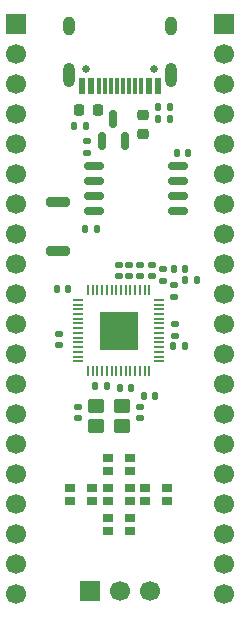
<source format=gbr>
%TF.GenerationSoftware,KiCad,Pcbnew,9.0.3*%
%TF.CreationDate,2025-11-26T12:48:42-06:00*%
%TF.ProjectId,onyx2040,6f6e7978-3230-4343-902e-6b696361645f,rev?*%
%TF.SameCoordinates,Original*%
%TF.FileFunction,Soldermask,Top*%
%TF.FilePolarity,Negative*%
%FSLAX46Y46*%
G04 Gerber Fmt 4.6, Leading zero omitted, Abs format (unit mm)*
G04 Created by KiCad (PCBNEW 9.0.3) date 2025-11-26 12:48:42*
%MOMM*%
%LPD*%
G01*
G04 APERTURE LIST*
G04 Aperture macros list*
%AMRoundRect*
0 Rectangle with rounded corners*
0 $1 Rounding radius*
0 $2 $3 $4 $5 $6 $7 $8 $9 X,Y pos of 4 corners*
0 Add a 4 corners polygon primitive as box body*
4,1,4,$2,$3,$4,$5,$6,$7,$8,$9,$2,$3,0*
0 Add four circle primitives for the rounded corners*
1,1,$1+$1,$2,$3*
1,1,$1+$1,$4,$5*
1,1,$1+$1,$6,$7*
1,1,$1+$1,$8,$9*
0 Add four rect primitives between the rounded corners*
20,1,$1+$1,$2,$3,$4,$5,0*
20,1,$1+$1,$4,$5,$6,$7,0*
20,1,$1+$1,$6,$7,$8,$9,0*
20,1,$1+$1,$8,$9,$2,$3,0*%
G04 Aperture macros list end*
%ADD10RoundRect,0.135000X-0.135000X-0.185000X0.135000X-0.185000X0.135000X0.185000X-0.135000X0.185000X0*%
%ADD11R,0.900000X0.700000*%
%ADD12RoundRect,0.140000X0.170000X-0.140000X0.170000X0.140000X-0.170000X0.140000X-0.170000X-0.140000X0*%
%ADD13R,1.700000X1.700000*%
%ADD14C,1.700000*%
%ADD15RoundRect,0.162500X-0.650000X-0.162500X0.650000X-0.162500X0.650000X0.162500X-0.650000X0.162500X0*%
%ADD16RoundRect,0.135000X0.185000X-0.135000X0.185000X0.135000X-0.185000X0.135000X-0.185000X-0.135000X0*%
%ADD17RoundRect,0.140000X-0.140000X-0.170000X0.140000X-0.170000X0.140000X0.170000X-0.140000X0.170000X0*%
%ADD18RoundRect,0.140000X0.140000X0.170000X-0.140000X0.170000X-0.140000X-0.170000X0.140000X-0.170000X0*%
%ADD19RoundRect,0.135000X-0.185000X0.135000X-0.185000X-0.135000X0.185000X-0.135000X0.185000X0.135000X0*%
%ADD20RoundRect,0.050000X-0.387500X-0.050000X0.387500X-0.050000X0.387500X0.050000X-0.387500X0.050000X0*%
%ADD21RoundRect,0.050000X-0.050000X-0.387500X0.050000X-0.387500X0.050000X0.387500X-0.050000X0.387500X0*%
%ADD22R,3.200000X3.200000*%
%ADD23RoundRect,0.250000X-0.450000X-0.350000X0.450000X-0.350000X0.450000X0.350000X-0.450000X0.350000X0*%
%ADD24RoundRect,0.225000X0.225000X0.250000X-0.225000X0.250000X-0.225000X-0.250000X0.225000X-0.250000X0*%
%ADD25RoundRect,0.140000X-0.170000X0.140000X-0.170000X-0.140000X0.170000X-0.140000X0.170000X0.140000X0*%
%ADD26RoundRect,0.225000X0.250000X-0.225000X0.250000X0.225000X-0.250000X0.225000X-0.250000X-0.225000X0*%
%ADD27RoundRect,0.150000X0.150000X-0.587500X0.150000X0.587500X-0.150000X0.587500X-0.150000X-0.587500X0*%
%ADD28C,0.650000*%
%ADD29R,0.600000X1.450000*%
%ADD30R,0.300000X1.450000*%
%ADD31O,1.000000X2.100000*%
%ADD32O,1.000000X1.600000*%
%ADD33RoundRect,0.200000X-0.800000X0.200000X-0.800000X-0.200000X0.800000X-0.200000X0.800000X0.200000X0*%
G04 APERTURE END LIST*
D10*
%TO.C,R1*%
X143790000Y-87260000D03*
X144810000Y-87260000D03*
%TD*%
D11*
%TO.C,LED1*%
X139567500Y-119520000D03*
X139567500Y-120620000D03*
X141407500Y-120620000D03*
X141407500Y-119520000D03*
%TD*%
D10*
%TO.C,R4*%
X146070000Y-101947500D03*
X147090000Y-101947500D03*
%TD*%
D12*
%TO.C,C6*%
X144230000Y-101967500D03*
X144230000Y-101007500D03*
%TD*%
D13*
%TO.C,J3*%
X149430000Y-80250000D03*
D14*
X149430000Y-82790000D03*
X149430000Y-85330000D03*
X149430000Y-87870000D03*
X149430000Y-90410000D03*
X149430000Y-92950000D03*
X149430000Y-95490000D03*
X149430000Y-98030000D03*
X149430000Y-100570000D03*
X149430000Y-103110000D03*
X149430000Y-105650000D03*
X149430000Y-108190000D03*
X149430000Y-110730000D03*
X149430000Y-113270000D03*
X149430000Y-115810000D03*
X149430000Y-118350000D03*
X149430000Y-120890000D03*
X149430000Y-123430000D03*
X149430000Y-125970000D03*
X149430000Y-128510000D03*
%TD*%
D15*
%TO.C,U3*%
X138372500Y-92245000D03*
X138372500Y-93515000D03*
X138372500Y-94785000D03*
X138372500Y-96055000D03*
X145547500Y-96055000D03*
X145547500Y-94785000D03*
X145547500Y-93515000D03*
X145547500Y-92245000D03*
%TD*%
D16*
%TO.C,R7*%
X137800000Y-91190000D03*
X137800000Y-90170000D03*
%TD*%
D12*
%TO.C,C7*%
X145170000Y-103307500D03*
X145170000Y-102347500D03*
%TD*%
%TO.C,C16*%
X137030000Y-113597500D03*
X137030000Y-112637500D03*
%TD*%
D17*
%TO.C,C9*%
X140570000Y-111080000D03*
X141530000Y-111080000D03*
%TD*%
D12*
%TO.C,C4*%
X141390000Y-101570000D03*
X141390000Y-100610000D03*
%TD*%
D13*
%TO.C,J1*%
X131770000Y-80250000D03*
D14*
X131770000Y-82790000D03*
X131770000Y-85330000D03*
X131770000Y-87870000D03*
X131770000Y-90410000D03*
X131770000Y-92950000D03*
X131770000Y-95490000D03*
X131770000Y-98030000D03*
X131770000Y-100570000D03*
X131770000Y-103110000D03*
X131770000Y-105650000D03*
X131770000Y-108190000D03*
X131770000Y-110730000D03*
X131770000Y-113270000D03*
X131770000Y-115810000D03*
X131770000Y-118350000D03*
X131770000Y-120890000D03*
X131770000Y-123430000D03*
X131770000Y-125970000D03*
X131770000Y-128510000D03*
%TD*%
D10*
%TO.C,R2*%
X143780000Y-88290000D03*
X144800000Y-88290000D03*
%TD*%
D17*
%TO.C,C15*%
X145380000Y-91150000D03*
X146340000Y-91150000D03*
%TD*%
D18*
%TO.C,C1*%
X136210000Y-102707500D03*
X135250000Y-102707500D03*
%TD*%
D10*
%TO.C,R3*%
X136720000Y-88860000D03*
X137740000Y-88860000D03*
%TD*%
D12*
%TO.C,C17*%
X142320000Y-113607500D03*
X142320000Y-112647500D03*
%TD*%
%TO.C,C5*%
X143270000Y-101610000D03*
X143270000Y-100650000D03*
%TD*%
D19*
%TO.C,R5*%
X145210000Y-105597500D03*
X145210000Y-106617500D03*
%TD*%
D20*
%TO.C,U1*%
X137042500Y-103587500D03*
X137042500Y-103987500D03*
X137042500Y-104387500D03*
X137042500Y-104787500D03*
X137042500Y-105187500D03*
X137042500Y-105587500D03*
X137042500Y-105987500D03*
X137042500Y-106387500D03*
X137042500Y-106787500D03*
X137042500Y-107187500D03*
X137042500Y-107587500D03*
X137042500Y-107987500D03*
X137042500Y-108387500D03*
X137042500Y-108787500D03*
D21*
X137880000Y-109625000D03*
X138280000Y-109625000D03*
X138680000Y-109625000D03*
X139080000Y-109625000D03*
X139480000Y-109625000D03*
X139880000Y-109625000D03*
X140280000Y-109625000D03*
X140680000Y-109625000D03*
X141080000Y-109625000D03*
X141480000Y-109625000D03*
X141880000Y-109625000D03*
X142280000Y-109625000D03*
X142680000Y-109625000D03*
X143080000Y-109625000D03*
D20*
X143917500Y-108787500D03*
X143917500Y-108387500D03*
X143917500Y-107987500D03*
X143917500Y-107587500D03*
X143917500Y-107187500D03*
X143917500Y-106787500D03*
X143917500Y-106387500D03*
X143917500Y-105987500D03*
X143917500Y-105587500D03*
X143917500Y-105187500D03*
X143917500Y-104787500D03*
X143917500Y-104387500D03*
X143917500Y-103987500D03*
X143917500Y-103587500D03*
D21*
X143080000Y-102750000D03*
X142680000Y-102750000D03*
X142280000Y-102750000D03*
X141880000Y-102750000D03*
X141480000Y-102750000D03*
X141080000Y-102750000D03*
X140680000Y-102750000D03*
X140280000Y-102750000D03*
X139880000Y-102750000D03*
X139480000Y-102750000D03*
X139080000Y-102750000D03*
X138680000Y-102750000D03*
X138280000Y-102750000D03*
X137880000Y-102750000D03*
D22*
X140480000Y-106187500D03*
%TD*%
D17*
%TO.C,C13*%
X142620000Y-111700000D03*
X143580000Y-111700000D03*
%TD*%
D11*
%TO.C,LED5*%
X142747500Y-119550000D03*
X142747500Y-120650000D03*
X144587500Y-120650000D03*
X144587500Y-119550000D03*
%TD*%
D17*
%TO.C,C8*%
X145110000Y-107500000D03*
X146070000Y-107500000D03*
%TD*%
D11*
%TO.C,LED4*%
X139567500Y-122020000D03*
X139567500Y-123120000D03*
X141407500Y-123120000D03*
X141407500Y-122020000D03*
%TD*%
D12*
%TO.C,C14*%
X142320000Y-101577500D03*
X142320000Y-100617500D03*
%TD*%
D23*
%TO.C,Y1*%
X138580000Y-114240000D03*
X140780000Y-114240000D03*
X140780000Y-112540000D03*
X138580000Y-112540000D03*
%TD*%
D17*
%TO.C,C12*%
X145160000Y-100967500D03*
X146120000Y-100967500D03*
%TD*%
D10*
%TO.C,R6*%
X137600000Y-97600000D03*
X138620000Y-97600000D03*
%TD*%
D24*
%TO.C,C10*%
X138700000Y-87480000D03*
X137150000Y-87480000D03*
%TD*%
D11*
%TO.C,LED2*%
X139565000Y-117020000D03*
X139565000Y-118120000D03*
X141405000Y-118120000D03*
X141405000Y-117020000D03*
%TD*%
D10*
%TO.C,R8*%
X138440000Y-110877500D03*
X139460000Y-110877500D03*
%TD*%
D25*
%TO.C,C2*%
X135440000Y-106460000D03*
X135440000Y-107420000D03*
%TD*%
D26*
%TO.C,C11*%
X142550000Y-89515000D03*
X142550000Y-87965000D03*
%TD*%
D27*
%TO.C,U2*%
X139077500Y-90177500D03*
X140977500Y-90177500D03*
X140027500Y-88302500D03*
%TD*%
D28*
%TO.C,J4*%
X143490000Y-84020000D03*
X137710000Y-84020000D03*
D29*
X143850000Y-85465000D03*
X143050000Y-85465000D03*
D30*
X141850000Y-85465000D03*
X140850000Y-85465000D03*
X140350000Y-85465000D03*
X139350000Y-85465000D03*
D29*
X138150000Y-85465000D03*
X137350000Y-85465000D03*
X137350000Y-85465000D03*
X138150000Y-85465000D03*
D30*
X138850000Y-85465000D03*
X139850000Y-85465000D03*
X141350000Y-85465000D03*
X142350000Y-85465000D03*
D29*
X143050000Y-85465000D03*
X143850000Y-85465000D03*
D31*
X144920000Y-84550000D03*
D32*
X144920000Y-80370000D03*
D31*
X136280000Y-84550000D03*
D32*
X136280000Y-80370000D03*
%TD*%
D11*
%TO.C,LED3*%
X136377500Y-119530000D03*
X136377500Y-120630000D03*
X138217500Y-120630000D03*
X138217500Y-119530000D03*
%TD*%
D13*
%TO.C,J2*%
X138060000Y-128270000D03*
D14*
X140600000Y-128270000D03*
X143140000Y-128270000D03*
%TD*%
D12*
%TO.C,C3*%
X140470000Y-101570000D03*
X140470000Y-100610000D03*
%TD*%
D33*
%TO.C,SW1*%
X135380000Y-95280000D03*
X135380000Y-99480000D03*
%TD*%
M02*

</source>
